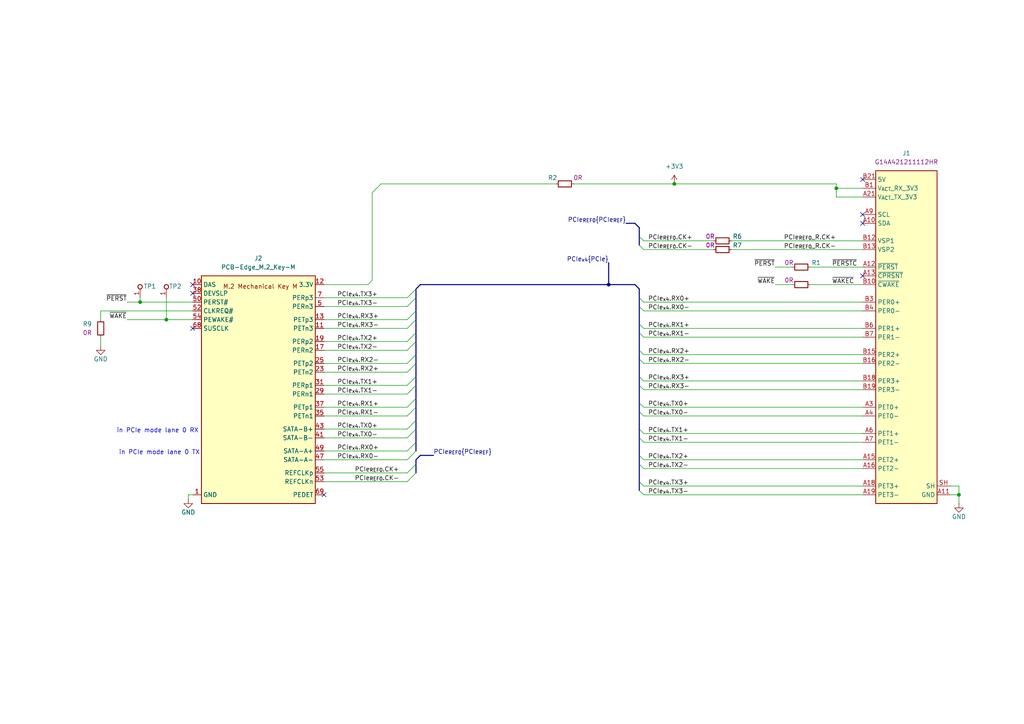
<source format=kicad_sch>
(kicad_sch (version 20250114) (generator "eeschema") (generator_version "9.0")
  (paper "A4")
  (title_block (title " M.2 to OCuLink adapter") (date "2025-07-09") (rev "0") (company "Antmicro Ltd") (comment 1 "www.antmicro.com"))
  (lib_symbols
    (symbol "EdgeConnectors:PCB-Edge_M.2_Key-M" (in_bom no)
      (property "Reference" "J" (at 53.34 -2.54 0))
      (property "Value" "PCB-Edge_M.2_Key-M" (at 53.34 -5.08 0))
      (symbol "PCB-Edge_M.2_Key-M_1_1"
        (rectangle (start 2.54 2.54) (end 35.56 -63.5) (stroke (width 0.254)) (fill (type background)))
        (text "M.2 Mechanical Key M" (at 7.62 -1.27 0) (effects (font (size 1.27 1.27)) (justify left bottom)))
        (pin power_in line (at 0 0 0) (length 2.54) (name "3.3V") (number "12"))
        (pin passive line (at 0 0 0) (length 2.54) (hide yes) (name "3.3V") (number "14"))
        (pin passive line (at 0 0 0) (length 2.54) (hide yes) (name "3.3V") (number "16"))
        (pin passive line (at 0 0 0) (length 2.54) (hide yes) (name "3.3V") (number "18"))
        (pin passive line (at 0 0 0) (length 2.54) (hide yes) (name "3.3V") (number "2"))
        (pin passive line (at 0 0 0) (length 2.54) (hide yes) (name "3.3V") (number "4"))
        (pin passive line (at 0 0 0) (length 2.54) (hide yes) (name "3.3V") (number "70"))
        (pin passive line (at 0 0 0) (length 2.54) (hide yes) (name "3.3V") (number "72"))
        (pin passive line (at 0 0 0) (length 2.54) (hide yes) (name "3.3V") (number "74"))
        (pin passive line (at 0 -3.81 0) (length 2.54) (name "PERp3") (number "7"))
        (pin passive line (at 0 -6.35 0) (length 2.54) (name "PERn3") (number "5"))
        (pin passive line (at 0 -10.16 0) (length 2.54) (name "PETp3") (number "13"))
        (pin passive line (at 0 -12.7 0) (length 2.54) (name "PETn3") (number "11"))
        (pin passive line (at 0 -16.51 0) (length 2.54) (name "PERp2") (number "19"))
        (pin passive line (at 0 -19.05 0) (length 2.54) (name "PERn2") (number "17"))
        (pin passive line (at 0 -22.86 0) (length 2.54) (name "PETp2") (number "25"))
        (pin passive line (at 0 -25.4 0) (length 2.54) (name "PETn2") (number "23"))
        (pin passive line (at 0 -29.21 0) (length 2.54) (name "PERp1") (number "31"))
        (pin passive line (at 0 -31.75 0) (length 2.54) (name "PERn1") (number "29"))
        (pin passive line (at 0 -35.56 0) (length 2.54) (name "PETp1") (number "37"))
        (pin passive line (at 0 -38.1 0) (length 2.54) (name "PETn1") (number "35"))
        (pin passive line (at 0 -41.91 0) (length 2.54) (name "SATA-B+") (number "43"))
        (pin passive line (at 0 -44.45 0) (length 2.54) (name "SATA-B-") (number "41"))
        (pin passive line (at 0 -48.26 0) (length 2.54) (name "SATA-A+") (number "49"))
        (pin passive line (at 0 -50.8 0) (length 2.54) (name "SATA-A-") (number "47"))
        (pin passive line (at 0 -54.61 0) (length 2.54) (name "REFCLKp") (number "55"))
        (pin passive line (at 0 -57.15 0) (length 2.54) (name "REFCLKn") (number "53"))
        (pin passive line (at 0 -60.96 0) (length 2.54) (name "PEDET") (number "69"))
        (pin no_connect line (at 35.56 -15.24 180) (length 2.54) (hide yes) (name "NC") (number "67"))
        (pin no_connect line (at 35.56 -16.51 180) (length 2.54) (hide yes) (name "NC") (number "6"))
        (pin no_connect line (at 35.56 -17.78 180) (length 2.54) (hide yes) (name "NC") (number "8"))
        (pin no_connect line (at 35.56 -19.05 180) (length 2.54) (hide yes) (name "NC") (number "20"))
        (pin no_connect line (at 35.56 -20.32 180) (length 2.54) (hide yes) (name "NC") (number "22"))
        (pin no_connect line (at 35.56 -21.59 180) (length 2.54) (hide yes) (name "NC") (number "24"))
        (pin no_connect line (at 35.56 -22.86 180) (length 2.54) (hide yes) (name "NC") (number "26"))
        (pin no_connect line (at 35.56 -24.13 180) (length 2.54) (hide yes) (name "NC") (number "28"))
        (pin no_connect line (at 35.56 -25.4 180) (length 2.54) (hide yes) (name "NC") (number "30"))
        (pin no_connect line (at 35.56 -26.67 180) (length 2.54) (hide yes) (name "NC") (number "32"))
        (pin no_connect line (at 35.56 -27.94 180) (length 2.54) (hide yes) (name "NC") (number "34"))
        (pin no_connect line (at 35.56 -29.21 180) (length 2.54) (hide yes) (name "NC") (number "36"))
        (pin no_connect line (at 35.56 -30.48 180) (length 2.54) (hide yes) (name "NC") (number "40"))
        (pin no_connect line (at 35.56 -31.75 180) (length 2.54) (hide yes) (name "NC") (number "42"))
        (pin no_connect line (at 35.56 -33.02 180) (length 2.54) (hide yes) (name "NC") (number "44"))
        (pin no_connect line (at 35.56 -34.29 180) (length 2.54) (hide yes) (name "NC") (number "46"))
        (pin no_connect line (at 35.56 -35.56 180) (length 2.54) (hide yes) (name "NC") (number "48"))
        (pin no_connect line (at 35.56 -36.83 180) (length 2.54) (hide yes) (name "NC") (number "56"))
        (pin no_connect line (at 35.56 -38.1 180) (length 2.54) (hide yes) (name "NC") (number "58"))
        (pin passive line (at 38.1 0 180) (length 2.54) (name "DAS") (number "10"))
        (pin passive line (at 38.1 -2.54 180) (length 2.54) (name "DEVSLP") (number "38"))
        (pin passive line (at 38.1 -5.08 180) (length 2.54) (name "PERST#") (number "50"))
        (pin passive line (at 38.1 -7.62 180) (length 2.54) (name "CLKREQ#") (number "52"))
        (pin passive line (at 38.1 -10.16 180) (length 2.54) (name "PEWAKE#") (number "54"))
        (pin passive line (at 38.1 -12.7 180) (length 2.54) (name "SUSCLK") (number "68"))
        (pin passive line (at 38.1 -60.96 180) (length 2.54) (name "GND") (number "1"))
        (pin passive line (at 38.1 -60.96 180) (length 2.54) (hide yes) (name "GND") (number "15"))
        (pin passive line (at 38.1 -60.96 180) (length 2.54) (hide yes) (name "GND") (number "21"))
        (pin passive line (at 38.1 -60.96 180) (length 2.54) (hide yes) (name "GND") (number "27"))
        (pin passive line (at 38.1 -60.96 180) (length 2.54) (hide yes) (name "GND") (number "3"))
        (pin passive line (at 38.1 -60.96 180) (length 2.54) (hide yes) (name "GND") (number "33"))
        (pin passive line (at 38.1 -60.96 180) (length 2.54) (hide yes) (name "GND") (number "39"))
        (pin passive line (at 38.1 -60.96 180) (length 2.54) (hide yes) (name "GND") (number "45"))
        (pin passive line (at 38.1 -60.96 180) (length 2.54) (hide yes) (name "GND") (number "51"))
        (pin passive line (at 38.1 -60.96 180) (length 2.54) (hide yes) (name "GND") (number "57"))
        (pin passive line (at 38.1 -60.96 180) (length 2.54) (hide yes) (name "GND") (number "71"))
        (pin passive line (at 38.1 -60.96 180) (length 2.54) (hide yes) (name "GND") (number "73"))
        (pin passive line (at 38.1 -60.96 180) (length 2.54) (hide yes) (name "GND") (number "75"))
        (pin passive line (at 38.1 -60.96 180) (length 2.54) (hide yes) (name "GND") (number "9"))
      )
    )
    (symbol "Resistorsmisc:R_0R_0805" (pin_numbers (hide yes)) (pin_names (hide yes))
      (property "Reference" "R" (at 20.32 -5.08 0))
      (property "Val" "0R" (at 20.32 -7.62 0))
      (symbol "R_0R_0805_0_1"
        (rectangle (start 0.635 0.889) (end 4.445 -0.889) (stroke (width 0.254)))
      )
      (symbol "R_0R_0805_1_1"
        (pin passive line (at 0 0 0) (length 0.635) (name "~") (number "1"))
        (pin passive line (at 5.08 0 180) (length 0.635) (name "~") (number "2"))
      )
    )
    (symbol "TestPoints:TP_1.5mm_SMD" (pin_names (hide yes)) (in_bom no)
      (property "Reference" "TP" (at 15.24 -5.08 0))
      (symbol "TP_1.5mm_SMD_1_1"
        (circle (center 3.175 0) (radius 0.635) (stroke (width 0.254)))
        (pin passive line (at 0 0 0) (length 2.54) (name "1") (number "1"))
      )
    )
    (symbol "antmicroPciConnectors:OCuLink_x4_Amphenol_G14A421211112HR_device_side"
      (property "Reference" "J" (at 39.37 -5.08 0))
      (property "MPN" "G14A421211112HR" (at 39.37 -7.62 0))
      (symbol "OCuLink_x4_Amphenol_G14A421211112HR_device_side_1_1"
        (rectangle (start 3.81 2.54) (end 21.59 -93.98) (stroke (width 0.254)) (fill (type background)))
        (pin passive line (at 0 0 0) (length 3.81) (hide yes) (name "5V") (number "A1"))
        (pin passive line (at 0 0 0) (length 3.81) (name "5V") (number "B21"))
        (pin power_in line (at 0 -2.54 0) (length 3.81) (name "V_{ACT}_RX_3V3") (number "B1"))
        (pin power_in line (at 0 -5.08 0) (length 3.81) (name "V_{ACT}_TX_3V3") (number "A21"))
        (pin bidirectional line (at 0 -10.16 0) (length 3.81) (name "SCL") (number "A9"))
        (pin bidirectional line (at 0 -12.7 0) (length 3.81) (name "SDA") (number "A10"))
        (pin bidirectional line (at 0 -17.78 0) (length 3.81) (name "VSP1") (number "B12"))
        (pin bidirectional line (at 0 -20.32 0) (length 3.81) (name "VSP2") (number "B13"))
        (pin bidirectional line (at 0 -25.4 0) (length 3.81) (name "~{PERST}") (number "A12"))
        (pin bidirectional line (at 0 -27.94 0) (length 3.81) (name "~{CPRSNT}") (number "A13"))
        (pin bidirectional line (at 0 -30.48 0) (length 3.81) (name "~{CWAKE}") (number "B10"))
        (pin output line (at 0 -35.56 0) (length 3.81) (name "PER0+") (number "B3"))
        (pin output line (at 0 -38.1 0) (length 3.81) (name "PER0-") (number "B4"))
        (pin output line (at 0 -43.18 0) (length 3.81) (name "PER1+") (number "B6"))
        (pin output line (at 0 -45.72 0) (length 3.81) (name "PER1-") (number "B7"))
        (pin output line (at 0 -50.8 0) (length 3.81) (name "PER2+") (number "B15"))
        (pin output line (at 0 -53.34 0) (length 3.81) (name "PER2-") (number "B16"))
        (pin output line (at 0 -58.42 0) (length 3.81) (name "PER3+") (number "B18"))
        (pin output line (at 0 -60.96 0) (length 3.81) (name "PER3-") (number "B19"))
        (pin input line (at 0 -66.04 0) (length 3.81) (name "PET0+") (number "A3"))
        (pin input line (at 0 -68.58 0) (length 3.81) (name "PET0-") (number "A4"))
        (pin input line (at 0 -73.66 0) (length 3.81) (name "PET1+") (number "A6"))
        (pin input line (at 0 -76.2 0) (length 3.81) (name "PET1-") (number "A7"))
        (pin input line (at 0 -81.28 0) (length 3.81) (name "PET2+") (number "A15"))
        (pin input line (at 0 -83.82 0) (length 3.81) (name "PET2-") (number "A16"))
        (pin input line (at 0 -88.9 0) (length 3.81) (name "PET3+") (number "A18"))
        (pin input line (at 0 -91.44 0) (length 3.81) (name "PET3-") (number "A19"))
        (pin no_connect line (at 21.59 -76.2 180) (length 3.81) (hide yes) (name "NC") (number "B9"))
        (pin passive line (at 25.4 -88.9 180) (length 3.81) (name "SH") (number "SH"))
        (pin passive line (at 25.4 -91.44 180) (length 3.81) (name "GND") (number "A11"))
        (pin passive line (at 25.4 -91.44 180) (length 3.81) (hide yes) (name "GND") (number "A14"))
        (pin passive line (at 25.4 -91.44 180) (length 3.81) (hide yes) (name "GND") (number "A17"))
        (pin passive line (at 25.4 -91.44 180) (length 3.81) (hide yes) (name "GND") (number "A2"))
        (pin passive line (at 25.4 -91.44 180) (length 3.81) (hide yes) (name "GND") (number "A20"))
        (pin passive line (at 25.4 -91.44 180) (length 3.81) (hide yes) (name "GND") (number "A5"))
        (pin passive line (at 25.4 -91.44 180) (length 3.81) (hide yes) (name "GND") (number "A8"))
        (pin passive line (at 25.4 -91.44 180) (length 3.81) (hide yes) (name "GND") (number "B11"))
        (pin passive line (at 25.4 -91.44 180) (length 3.81) (hide yes) (name "GND") (number "B14"))
        (pin passive line (at 25.4 -91.44 180) (length 3.81) (hide yes) (name "GND") (number "B17"))
        (pin passive line (at 25.4 -91.44 180) (length 3.81) (hide yes) (name "GND") (number "B2"))
        (pin passive line (at 25.4 -91.44 180) (length 3.81) (hide yes) (name "GND") (number "B20"))
        (pin passive line (at 25.4 -91.44 180) (length 3.81) (hide yes) (name "GND") (number "B5"))
        (pin passive line (at 25.4 -91.44 180) (length 3.81) (hide yes) (name "GND") (number "B8"))
      )
    )
    (symbol "antmicroResistors0402:R_0R_0402" (pin_numbers (hide yes)) (pin_names (hide yes))
      (property "Reference" "R" (at 20.32 -5.08 0))
      (property "Val" "0R" (at 20.32 -7.62 0))
      (symbol "R_0R_0402_0_1"
        (rectangle (start 0.635 0.889) (end 4.445 -0.889) (stroke (width 0.254)))
      )
      (symbol "R_0R_0402_1_1"
        (pin passive line (at 0 0 0) (length 0.635) (name "~") (number "1"))
        (pin passive line (at 5.08 0 180) (length 0.635) (name "~") (number "2"))
      )
    )
    (symbol "antmicropower:GND" (power) (pin_numbers (hide yes)) (pin_names (hide yes))
      (property "Value" "GND" (at 8.89 -5.08 0))
      (symbol "GND_1_1"
        (polyline (pts (xy 0 0) (xy 0 -1.27) (xy 1.27 -1.27) (xy 0 -2.54) (xy -1.27 -1.27) (xy 0 -1.27)))
        (pin power_in line (at 0 0 270) (length 0) (name "GND") (number "1"))
      )
    )
    (symbol "power:+3V3" (power) (pin_numbers (hide yes)) (pin_names (hide yes))
      (property "Value" "+3V3" (at -3.175 2.54 0))
      (symbol "+3V3_0_1"
        (polyline (pts (xy 0 2.54) (xy -0.762 1.27)))
        (polyline (pts (xy 0 2.54) (xy 0.762 1.27)))
        (polyline (pts (xy 0 0) (xy 0 2.54)))
      )
      (symbol "+3V3_1_1"
        (pin power_in line (at 0 0 90) (length 0) (hide yes) (name "+3V3") (number "1"))
      )
    )
  )
  (text "in PCIe mode lane 0 TX\n\n" (at 46.228 132.334 0) (effects (font (size 1.27 1.27))))
  (text "in PCIe mode lane 0 RX\n" (at 45.72 124.968 0) (effects (font (size 1.27 1.27))))
  (junction (at 195.58 53.34))
  (junction (at 40.64 87.63))
  (junction (at 242.57 54.61))
  (junction (at 176.53 82.55))
  (junction (at 48.26 92.71))
  (junction (at 278.13 143.51))
  (no_connect (at 250.19 52.07))
  (no_connect (at 250.19 80.01))
  (no_connect (at 55.88 82.55))
  (no_connect (at 250.19 64.77))
  (no_connect (at 250.19 62.23))
  (no_connect (at 55.88 85.09))
  (no_connect (at 93.98 143.51))
  (no_connect (at 55.88 95.25))
  (bus_entry (at 120.65 137.16) (size -2.54 2.54))
  (bus_entry (at 186.69 69.85) (size -1.27 -1.27))
  (bus_entry (at 185.42 86.36) (size 1.27 1.27))
  (bus_entry (at 118.11 124.46) (size 2.54 -2.54))
  (bus_entry (at 118.11 120.65) (size 2.54 -2.54))
  (bus_entry (at 118.11 88.9) (size 2.54 -2.54))
  (bus_entry (at 120.65 134.62) (size -2.54 2.54))
  (bus_entry (at 185.42 124.46) (size 1.27 1.27))
  (bus_entry (at 185.42 111.76) (size 1.27 1.27))
  (bus_entry (at 118.11 118.11) (size 2.54 -2.54))
  (bus_entry (at 118.11 133.35) (size 2.54 -2.54))
  (bus_entry (at 118.11 92.71) (size 2.54 -2.54))
  (bus_entry (at 185.42 127) (size 1.27 1.27))
  (bus_entry (at 118.11 111.76) (size 2.54 -2.54))
  (bus_entry (at 118.11 114.3) (size 2.54 -2.54))
  (bus_entry (at 185.42 119.38) (size 1.27 1.27))
  (bus_entry (at 185.42 101.6) (size 1.27 1.27))
  (bus_entry (at 185.42 134.62) (size 1.27 1.27))
  (bus_entry (at 118.11 95.25) (size 2.54 -2.54))
  (bus_entry (at 118.11 99.06) (size 2.54 -2.54))
  (bus_entry (at 118.11 101.6) (size 2.54 -2.54))
  (bus_entry (at 186.69 72.39) (size -1.27 -1.27))
  (bus_entry (at 185.42 116.84) (size 1.27 1.27))
  (bus_entry (at 185.42 142.24) (size 1.27 1.27))
  (bus_entry (at 185.42 104.14) (size 1.27 1.27))
  (bus_entry (at 185.42 93.98) (size 1.27 1.27))
  (bus_entry (at 185.42 88.9) (size 1.27 1.27))
  (bus_entry (at 118.11 86.36) (size 2.54 -2.54))
  (bus_entry (at 185.42 132.08) (size 1.27 1.27))
  (bus_entry (at 185.42 96.52) (size 1.27 1.27))
  (bus_entry (at 118.11 130.81) (size 2.54 -2.54))
  (bus_entry (at 118.11 105.41) (size 2.54 -2.54))
  (bus_entry (at 185.42 139.7) (size 1.27 1.27))
  (bus_entry (at 118.11 107.95) (size 2.54 -2.54))
  (bus_entry (at 118.11 127) (size 2.54 -2.54))
  (bus_entry (at 185.42 109.22) (size 1.27 1.27))
  (bus (pts (xy 120.65 111.76) (xy 120.65 115.57)))
  (wire (pts (xy 278.13 140.97) (xy 278.13 143.51)))
  (wire (pts (xy 36.83 87.63) (xy 40.64 87.63)))
  (bus (pts (xy 185.42 86.36) (xy 185.42 88.9)))
  (bus (pts (xy 185.42 111.76) (xy 185.42 116.84)))
  (wire (pts (xy 186.69 125.73) (xy 250.19 125.73)))
  (bus (pts (xy 185.42 124.46) (xy 185.42 127)))
  (bus (pts (xy 185.42 134.62) (xy 185.42 139.7)))
  (wire (pts (xy 93.98 111.76) (xy 118.11 111.76)))
  (wire (pts (xy 166.37 53.34) (xy 195.58 53.34)))
  (bus (pts (xy 176.53 82.55) (xy 184.15 82.55)))
  (wire (pts (xy 110.49 53.34) (xy 161.29 53.34)))
  (wire (pts (xy 93.98 118.11) (xy 118.11 118.11)))
  (wire (pts (xy 93.98 95.25) (xy 118.11 95.25)))
  (bus (pts (xy 120.65 92.71) (xy 120.65 96.52)))
  (wire (pts (xy 229.87 82.55) (xy 224.79 82.55)))
  (bus (pts (xy 120.65 102.87) (xy 120.65 105.41)))
  (wire (pts (xy 186.69 128.27) (xy 250.19 128.27)))
  (wire (pts (xy 54.61 143.51) (xy 55.88 143.51)))
  (bus (pts (xy 185.42 127) (xy 185.42 132.08)))
  (wire (pts (xy 93.98 137.16) (xy 118.11 137.16)))
  (bus (pts (xy 120.65 109.22) (xy 120.65 111.76)))
  (wire (pts (xy 93.98 130.81) (xy 118.11 130.81)))
  (bus (pts (xy 120.65 128.27) (xy 120.65 130.81)))
  (wire (pts (xy 107.95 55.88) (xy 110.49 53.34)))
  (wire (pts (xy 186.69 140.97) (xy 250.19 140.97)))
  (wire (pts (xy 242.57 57.15) (xy 250.19 57.15)))
  (wire (pts (xy 250.19 97.79) (xy 186.69 97.79)))
  (bus (pts (xy 120.65 83.82) (xy 120.65 86.36)))
  (wire (pts (xy 186.69 118.11) (xy 250.19 118.11)))
  (bus (pts (xy 185.42 93.98) (xy 185.42 96.52)))
  (wire (pts (xy 36.83 92.71) (xy 48.26 92.71)))
  (bus (pts (xy 120.65 124.46) (xy 120.65 128.27)))
  (bus (pts (xy 184.15 64.77) (xy 181.61 64.77)))
  (wire (pts (xy 250.19 82.55) (xy 234.95 82.55)))
  (wire (pts (xy 207.01 72.39) (xy 186.69 72.39)))
  (bus (pts (xy 120.65 105.41) (xy 120.65 109.22)))
  (bus (pts (xy 120.65 99.06) (xy 120.65 102.87)))
  (bus (pts (xy 185.42 83.82) (xy 185.42 86.36)))
  (wire (pts (xy 93.98 120.65) (xy 118.11 120.65)))
  (wire (pts (xy 275.59 140.97) (xy 278.13 140.97)))
  (bus (pts (xy 120.65 121.92) (xy 120.65 124.46)))
  (wire (pts (xy 242.57 54.61) (xy 250.19 54.61)))
  (wire (pts (xy 250.19 113.03) (xy 186.69 113.03)))
  (wire (pts (xy 229.87 77.47) (xy 224.79 77.47)))
  (bus (pts (xy 185.42 132.08) (xy 185.42 134.62)))
  (wire (pts (xy 93.98 133.35) (xy 118.11 133.35)))
  (wire (pts (xy 48.26 92.71) (xy 55.88 92.71)))
  (wire (pts (xy 54.61 143.51) (xy 54.61 144.78)))
  (bus (pts (xy 120.65 86.36) (xy 120.65 90.17)))
  (bus (pts (xy 121.92 132.08) (xy 120.65 133.35)))
  (wire (pts (xy 250.19 77.47) (xy 234.95 77.47)))
  (wire (pts (xy 278.13 143.51) (xy 278.13 146.05)))
  (bus (pts (xy 120.65 96.52) (xy 120.65 99.06)))
  (wire (pts (xy 186.69 143.51) (xy 250.19 143.51)))
  (wire (pts (xy 207.01 69.85) (xy 186.69 69.85)))
  (wire (pts (xy 93.98 92.71) (xy 118.11 92.71)))
  (wire (pts (xy 93.98 107.95) (xy 118.11 107.95)))
  (bus (pts (xy 185.42 101.6) (xy 185.42 104.14)))
  (wire (pts (xy 250.19 105.41) (xy 186.69 105.41)))
  (wire (pts (xy 93.98 127) (xy 118.11 127)))
  (wire (pts (xy 250.19 110.49) (xy 186.69 110.49)))
  (wire (pts (xy 40.64 87.63) (xy 55.88 87.63)))
  (wire (pts (xy 107.95 81.28) (xy 107.95 55.88)))
  (wire (pts (xy 93.98 139.7) (xy 118.11 139.7)))
  (wire (pts (xy 93.98 105.41) (xy 118.11 105.41)))
  (wire (pts (xy 186.69 135.89) (xy 250.19 135.89)))
  (bus (pts (xy 185.42 88.9) (xy 185.42 93.98)))
  (bus (pts (xy 185.42 71.12) (xy 185.42 68.58)))
  (wire (pts (xy 242.57 54.61) (xy 242.57 57.15)))
  (bus (pts (xy 185.42 119.38) (xy 185.42 124.46)))
  (wire (pts (xy 186.69 120.65) (xy 250.19 120.65)))
  (bus (pts (xy 185.42 109.22) (xy 185.42 111.76)))
  (wire (pts (xy 250.19 90.17) (xy 186.69 90.17)))
  (bus (pts (xy 120.65 115.57) (xy 120.65 118.11)))
  (wire (pts (xy 93.98 101.6) (xy 118.11 101.6)))
  (wire (pts (xy 250.19 72.39) (xy 212.09 72.39)))
  (wire (pts (xy 40.64 86.36) (xy 40.64 87.63)))
  (wire (pts (xy 106.68 82.55) (xy 107.95 81.28)))
  (wire (pts (xy 250.19 102.87) (xy 186.69 102.87)))
  (wire (pts (xy 250.19 95.25) (xy 186.69 95.25)))
  (wire (pts (xy 93.98 124.46) (xy 118.11 124.46)))
  (wire (pts (xy 250.19 87.63) (xy 186.69 87.63)))
  (bus (pts (xy 185.42 139.7) (xy 185.42 142.24)))
  (wire (pts (xy 278.13 143.51) (xy 275.59 143.51)))
  (wire (pts (xy 250.19 69.85) (xy 212.09 69.85)))
  (wire (pts (xy 93.98 99.06) (xy 118.11 99.06)))
  (bus (pts (xy 185.42 96.52) (xy 185.42 101.6)))
  (wire (pts (xy 29.21 97.79) (xy 29.21 100.33)))
  (bus (pts (xy 185.42 83.82) (xy 184.15 82.55)))
  (bus (pts (xy 185.42 116.84) (xy 185.42 119.38)))
  (wire (pts (xy 242.57 53.34) (xy 242.57 54.61)))
  (bus (pts (xy 121.92 82.55) (xy 120.65 83.82)))
  (bus (pts (xy 176.53 76.2) (xy 176.53 82.55)))
  (bus (pts (xy 185.42 104.14) (xy 185.42 109.22)))
  (bus (pts (xy 185.42 68.58) (xy 185.42 66.04)))
  (bus (pts (xy 120.65 90.17) (xy 120.65 92.71)))
  (wire (pts (xy 93.98 86.36) (xy 118.11 86.36)))
  (bus (pts (xy 176.53 82.55) (xy 121.92 82.55)))
  (wire (pts (xy 29.21 90.17) (xy 55.88 90.17)))
  (bus (pts (xy 120.65 133.35) (xy 120.65 134.62)))
  (bus (pts (xy 120.65 118.11) (xy 120.65 121.92)))
  (bus (pts (xy 185.42 66.04) (xy 184.15 64.77)))
  (bus (pts (xy 121.92 132.08) (xy 125.73 132.08)))
  (bus (pts (xy 120.65 134.62) (xy 120.65 137.16)))
  (wire (pts (xy 93.98 114.3) (xy 118.11 114.3)))
  (wire (pts (xy 29.21 90.17) (xy 29.21 92.71)))
  (wire (pts (xy 195.58 53.34) (xy 242.57 53.34)))
  (wire (pts (xy 186.69 133.35) (xy 250.19 133.35)))
  (wire (pts (xy 48.26 86.36) (xy 48.26 92.71)))
  (wire (pts (xy 93.98 82.55) (xy 106.68 82.55)))
  (wire (pts (xy 93.98 88.9) (xy 118.11 88.9)))
  (label "PCIe_{x4}.TX0+" (at 187.96 118.11 0))
  (label "PCIe_{x4}{PCIe}" (at 176.53 76.2 180))
  (label "PCIe_{x4}.RX0-" (at 97.79 133.35 0))
  (label "PCIe_{REF0}.CK+" (at 187.96 69.85 0))
  (label "~{WAKE}" (at 36.83 92.71 180))
  (label "PCIe_{x4}.TX1-" (at 187.96 128.27 0))
  (label "PCIe_{x4}.TX2+" (at 97.79 99.06 0))
  (label "~{WAKEC}" (at 241.3 82.55 0))
  (label "PCIe_{x4}.RX1+" (at 97.79 118.11 0))
  (label "PCIe_{REF0}.CK-" (at 102.87 139.7 0))
  (label "PCIe_{x4}.RX3-" (at 97.79 95.25 0))
  (label "PCIe_{x4}.TX1+" (at 97.79 111.76 0))
  (label "PCIe_{x4}.TX3-" (at 97.79 88.9 0))
  (label "PCIe_{REF0}{PCIe_{REF}}" (at 125.73 132.08 0))
  (label "~{PERSTC}" (at 241.3 77.47 0))
  (label "PCIe_{x4}.TX1+" (at 187.96 125.73 0))
  (label "PCIe_{x4}.TX3+" (at 97.79 86.36 0))
  (label "PCIe_{x4}.RX2-" (at 97.79 105.41 0))
  (label "PCIe_{x4}.RX3-" (at 187.96 113.03 0))
  (label "~{WAKE}" (at 224.79 82.55 180))
  (label "PCIe_{x4}.RX2+" (at 97.79 107.95 0))
  (label "PCIe_{REF0}_R.CK-" (at 227.33 72.39 0))
  (label "PCIe_{x4}.RX1+" (at 187.96 95.25 0))
  (label "PCIe_{REF0}_R.CK+" (at 227.33 69.85 0))
  (label "PCIe_{x4}.TX2-" (at 97.79 101.6 0))
  (label "PCIe_{REF0}.CK+" (at 102.87 137.16 0))
  (label "PCIe_{x4}.TX2-" (at 187.96 135.89 0))
  (label "PCIe_{x4}.RX1-" (at 97.79 120.65 0))
  (label "PCIe_{x4}.TX0-" (at 187.96 120.65 0))
  (label "~{PERST}" (at 224.79 77.47 180))
  (label "~{PERST}" (at 36.83 87.63 180))
  (label "PCIe_{x4}.RX1-" (at 187.96 97.79 0))
  (label "PCIe_{x4}.TX0-" (at 97.79 127 0))
  (label "PCIe_{REF0}{PCIe_{REF}}" (at 181.61 64.77 180))
  (label "PCIe_{x4}.TX0+" (at 97.79 124.46 0))
  (label "PCIe_{x4}.RX3+" (at 187.96 110.49 0))
  (label "PCIe_{x4}.RX2-" (at 187.96 105.41 0))
  (label "PCIe_{x4}.RX0-" (at 187.96 90.17 0))
  (label "PCIe_{x4}.TX2+" (at 187.96 133.35 0))
  (label "PCIe_{x4}.TX3+" (at 187.96 140.97 0))
  (label "PCIe_{x4}.RX0+" (at 97.79 130.81 0))
  (label "PCIe_{x4}.RX3+" (at 97.79 92.71 0))
  (label "PCIe_{x4}.RX2+" (at 187.96 102.87 0))
  (label "PCIe_{x4}.RX0+" (at 187.96 87.63 0))
  (label "PCIe_{REF0}.CK-" (at 187.96 72.39 0))
  (label "PCIe_{x4}.TX3-" (at 187.96 143.51 0))
  (label "PCIe_{x4}.TX1-" (at 97.79 114.3 0))
  (symbol (lib_id "antmicroResistors0402:R_0R_0402") (at 212.09 69.85 0) (mirror y) (unit 1)
    (property "Reference" "R6" (at 213.868 68.58 0))
    (property "Value" "R_0R_0402" (effects (hide yes)))
    (property "Footprint" "antmicro-footprints:R_0402_1005Metric" (effects (hide yes)))
    (property "Datasheet" "https://industrial.panasonic.com/cdbs/www-data/pdf/RDA0000/AOA0000C301.pdf" (effects (hide yes)))
    (property "Description" "SMD Chip Resistor, Jumper, 0 ohm, 100 mW, 0402 [1005 Metric], Thick Film, General Purpose" (effects (hide yes)))
    (property "MPN" "ERJ2GE0R00X" (effects (hide yes)))
    (property "Manufacturer" "Panasonic" (effects (hide yes)))
    (property "License" "Apache-2.0" (effects (hide yes)))
    (property "Author" "Antmicro" (effects (hide yes)))
    (property "Val" "0R" (at 205.994 68.58 0))
    (property "Current" "1A" (effects (hide yes)))
  )
  (symbol (lib_id "antmicropower:GND") (at 278.13 146.05 0) (unit 1)
    (property "Reference" "#PWR01" (effects (hide yes)))
    (property "Value" "GND" (at 278.13 149.86 0))
    (property "Author" "Antmicro" (effects (hide yes)))
    (property "License" "Apache-2.0" (effects (hide yes)))
  )
  (symbol (lib_id "antmicroResistors0402:R_0R_0402") (at 234.95 77.47 0) (mirror y) (unit 1)
    (property "Reference" "R1" (at 236.728 76.2 0))
    (property "Value" "R_0R_0402" (effects (hide yes)))
    (property "Footprint" "antmicro-footprints:R_0402_1005Metric" (effects (hide yes)))
    (property "Datasheet" "https://industrial.panasonic.com/cdbs/www-data/pdf/RDA0000/AOA0000C301.pdf" (effects (hide yes)))
    (property "Description" "SMD Chip Resistor, Jumper, 0 ohm, 100 mW, 0402 [1005 Metric], Thick Film, General Purpose" (effects (hide yes)))
    (property "MPN" "ERJ2GE0R00X" (effects (hide yes)))
    (property "Manufacturer" "Panasonic" (effects (hide yes)))
    (property "License" "Apache-2.0" (effects (hide yes)))
    (property "Author" "Antmicro" (effects (hide yes)))
    (property "Val" "0R" (at 228.854 76.2 0))
    (property "Current" "1A" (effects (hide yes)))
  )
  (symbol (lib_id "EdgeConnectors:PCB-Edge_M.2_Key-M") (at 93.98 82.55 0) (mirror y) (unit 1) (in_bom no)
    (property "Reference" "J2" (at 74.93 74.93 0))
    (property "Value" "PCB-Edge_M.2_Key-M" (at 74.93 77.47 0))
    (property "Footprint" "antmicro-footprints:PCB-Edge_M.2_Key-M" (effects (hide yes)))
    (property "Datasheet" "https://www.amphenol-icc.com/media/wysiwyg/files/drawing/10130618.pdf" (effects (hide yes)))
    (property "Description" "PCB Edge for M.2 key M" (effects (hide yes)))
    (property "Author" "Antmicro" (effects (hide yes)))
    (property "License" "Apache-2.0" (effects (hide yes)))
  )
  (symbol (lib_id "antmicroResistors0402:R_0R_0402") (at 29.21 92.71 90) (mirror x) (unit 1)
    (property "Reference" "R9" (at 26.67 93.98 90) (effects (justify left)))
    (property "Value" "R_0R_0402" (effects (hide yes)))
    (property "Footprint" "antmicro-footprints:R_0402_1005Metric" (effects (hide yes)))
    (property "Datasheet" "https://industrial.panasonic.com/cdbs/www-data/pdf/RDA0000/AOA0000C301.pdf" (effects (hide yes)))
    (property "Description" "SMD Chip Resistor, Jumper, 0 ohm, 100 mW, 0402 [1005 Metric], Thick Film, General Purpose" (effects (hide yes)))
    (property "MPN" "ERJ2GE0R00X" (effects (hide yes)))
    (property "Manufacturer" "Panasonic" (effects (hide yes)))
    (property "License" "Apache-2.0" (effects (hide yes)))
    (property "Author" "Antmicro" (effects (hide yes)))
    (property "Val" "0R" (at 26.67 96.52 90) (effects (justify left)))
    (property "Current" "1A" (effects (hide yes)))
  )
  (symbol (lib_id "power:+3V3") (at 195.58 53.34 0) (unit 1)
    (property "Reference" "#PWR04" (effects (hide yes)))
    (property "Value" "+3V3" (at 195.58 48.26 0))
    (property "Author" "Antmicro" (effects (hide yes)))
    (property "License" "Apache-2.0" (effects (hide yes)))
  )
  (symbol (lib_id "antmicroPciConnectors:OCuLink_x4_Amphenol_G14A421211112HR_device_side") (at 250.19 52.07 0) (unit 1)
    (property "Reference" "J1" (at 262.89 44.45 0))
    (property "Value" "OCuLink_x4_Amphenol_G14A421211112HR" (effects (hide yes)))
    (property "Footprint" "antmicro-footprints:Amphenol_G14A421211112HR" (effects (hide yes)))
    (property "Datasheet" "https://cdn.amphenol-cs.com/media/wysiwyg/files/drawing/g14a421x1bxxxhr.pdf" (effects (hide yes)))
    (property "Description" "I/O Connectors OCulink, Receptacle, 0.5mm pitch, 4X, R/A SMT with shell leg SMT type, 30U\" gold plating, LCP, black, T&R packing" (effects (hide yes)))
    (property "Manufacturer" "Amphenol" (effects (hide yes)))
    (property "MPN" "G14A421211112HR" (at 262.89 46.99 0))
    (property "Author" "Antmicro" (effects (hide yes)))
    (property "License" "Apache-2.0" (effects (hide yes)))
  )
  (symbol (lib_id "antmicroResistors0402:R_0R_0402") (at 234.95 82.55 0) (mirror y) (unit 1)
    (property "Reference" "R3" (effects (hide yes)))
    (property "Value" "R_0R_0402" (effects (hide yes)))
    (property "Footprint" "antmicro-footprints:R_0402_1005Metric" (effects (hide yes)))
    (property "Datasheet" "https://industrial.panasonic.com/cdbs/www-data/pdf/RDA0000/AOA0000C301.pdf" (effects (hide yes)))
    (property "Description" "SMD Chip Resistor, Jumper, 0 ohm, 100 mW, 0402 [1005 Metric], Thick Film, General Purpose" (effects (hide yes)))
    (property "MPN" "ERJ2GE0R00X" (effects (hide yes)))
    (property "Manufacturer" "Panasonic" (effects (hide yes)))
    (property "License" "Apache-2.0" (effects (hide yes)))
    (property "Author" "Antmicro" (effects (hide yes)))
    (property "Val" "0R" (at 228.854 81.28 0))
    (property "Current" "1A" (effects (hide yes)))
  )
  (symbol (lib_id "antmicroResistors0402:R_0R_0402") (at 212.09 72.39 0) (mirror y) (unit 1)
    (property "Reference" "R7" (at 213.868 71.12 0))
    (property "Value" "R_0R_0402" (effects (hide yes)))
    (property "Footprint" "antmicro-footprints:R_0402_1005Metric" (effects (hide yes)))
    (property "Datasheet" "https://industrial.panasonic.com/cdbs/www-data/pdf/RDA0000/AOA0000C301.pdf" (effects (hide yes)))
    (property "Description" "SMD Chip Resistor, Jumper, 0 ohm, 100 mW, 0402 [1005 Metric], Thick Film, General Purpose" (effects (hide yes)))
    (property "MPN" "ERJ2GE0R00X" (effects (hide yes)))
    (property "Manufacturer" "Panasonic" (effects (hide yes)))
    (property "License" "Apache-2.0" (effects (hide yes)))
    (property "Author" "Antmicro" (effects (hide yes)))
    (property "Val" "0R" (at 205.994 71.12 0))
    (property "Current" "1A" (effects (hide yes)))
  )
  (symbol (lib_id "antmicropower:GND") (at 54.61 144.78 0) (mirror y) (unit 1)
    (property "Reference" "#PWR02" (effects (hide yes)))
    (property "Value" "GND" (at 54.61 148.59 0))
    (property "Author" "Antmicro" (effects (hide yes)))
    (property "License" "Apache-2.0" (effects (hide yes)))
  )
  (symbol (lib_id "Resistorsmisc:R_0R_0805") (at 161.29 53.34 0) (unit 1)
    (property "Reference" "R2" (at 160.274 51.562 0))
    (property "Value" "R_0R_0805" (effects (hide yes)))
    (property "Footprint" "antmicro-footprints:R_0805_2012Metric" (effects (hide yes)))
    (property "Datasheet" "https://www.vishay.com/docs/20035/dcrcwe3.pdf" (effects (hide yes)))
    (property "Description" "Zero Ohm Resistor, Jumper, 0805 [2012 Metric], Thick Film, 125 mW, 2.5 A, Surface Mount Device" (effects (hide yes)))
    (property "MPN" "CRCW08050000Z0EA" (effects (hide yes)))
    (property "Manufacturer" "Vishay" (effects (hide yes)))
    (property "License" "Apache-2.0" (effects (hide yes)))
    (property "Author" "Antmicro" (effects (hide yes)))
    (property "Val" "0R" (at 167.64 51.562 0))
    (property "Current" "2.5A" (effects (hide yes)))
  )
  (symbol (lib_id "antmicropower:GND") (at 29.21 100.33 0) (mirror y) (unit 1)
    (property "Reference" "#PWR03" (effects (hide yes)))
    (property "Value" "GND" (at 29.21 104.14 0))
    (property "Author" "Antmicro" (effects (hide yes)))
    (property "License" "Apache-2.0" (effects (hide yes)))
  )
  (symbol (lib_id "TestPoints:TP_1.5mm_SMD") (at 48.26 86.36 90) (unit 1) (in_bom no)
    (property "Reference" "TP2" (at 49.022 83.058 90) (effects (justify right)))
    (property "Value" "TP_1.5mm_SMD" (effects (hide yes)))
    (property "Footprint" "antmicro-footprints:TP_SMD_1.5mm" (effects (hide yes)))
    (property "Description" "test point, SMT" (effects (hide yes)))
    (property "Author" "Antmicro" (effects (hide yes)))
    (property "License" "Apache-2.0" (effects (hide yes)))
  )
  (symbol (lib_id "TestPoints:TP_1.5mm_SMD") (at 40.64 86.36 90) (unit 1) (in_bom no)
    (property "Reference" "TP1" (at 41.656 83.058 90) (effects (justify right)))
    (property "Value" "TP_1.5mm_SMD" (effects (hide yes)))
    (property "Footprint" "antmicro-footprints:TP_SMD_1.5mm" (effects (hide yes)))
    (property "Description" "test point, SMT" (effects (hide yes)))
    (property "Author" "Antmicro" (effects (hide yes)))
    (property "License" "Apache-2.0" (effects (hide yes)))
  )
)
</source>
